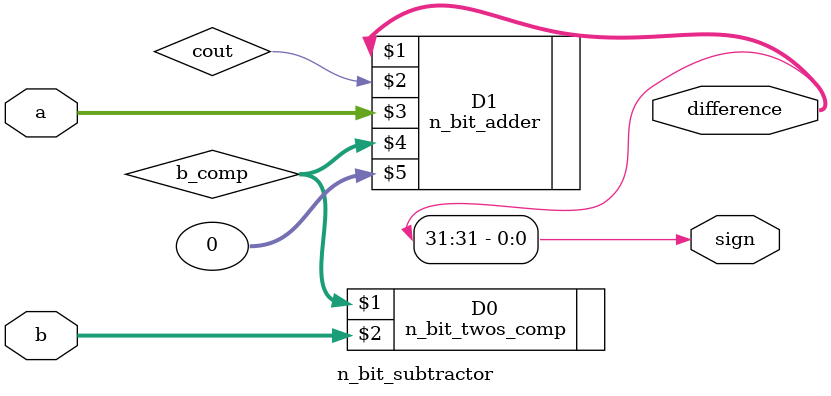
<source format=sv>
module n_bit_subtractor #(
	parameter N = 32
)
(
	output [N-1:0] difference,
	output sign,
	input [N-1:0] a, b
);

logic [N-1:0] b_comp;
logic cout;

n_bit_twos_comp #(N) D0(b_comp, b);
n_bit_adder #(N) D1(difference, cout, a, b_comp, 0);

assign sign = difference[N-1];

endmodule
</source>
